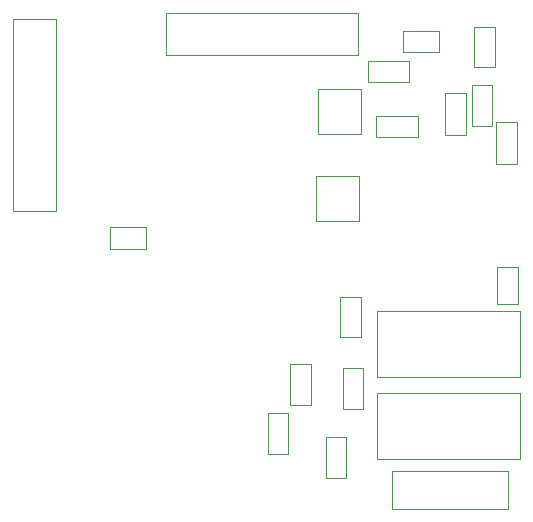
<source format=gbr>
G04 #@! TF.GenerationSoftware,KiCad,Pcbnew,5.1.7-a382d34a8~88~ubuntu18.04.1*
G04 #@! TF.CreationDate,2021-07-31T18:48:42+05:30*
G04 #@! TF.ProjectId,FrontEnd_HeavyDevice_v1,46726f6e-7445-46e6-945f-486561767944,rev?*
G04 #@! TF.SameCoordinates,Original*
G04 #@! TF.FileFunction,Other,User*
%FSLAX46Y46*%
G04 Gerber Fmt 4.6, Leading zero omitted, Abs format (unit mm)*
G04 Created by KiCad (PCBNEW 5.1.7-a382d34a8~88~ubuntu18.04.1) date 2021-07-31 18:48:42*
%MOMM*%
%LPD*%
G01*
G04 APERTURE LIST*
%ADD10C,0.050000*%
G04 APERTURE END LIST*
D10*
X109740000Y-79690000D02*
X109740000Y-76090000D01*
X126040000Y-79690000D02*
X109740000Y-79690000D01*
X126040000Y-76090000D02*
X126040000Y-79690000D01*
X109740000Y-76090000D02*
X126040000Y-76090000D01*
X96823100Y-76599600D02*
X100423100Y-76599600D01*
X96823100Y-92899600D02*
X96823100Y-76599600D01*
X100423100Y-92899600D02*
X96823100Y-92899600D01*
X100423100Y-76599600D02*
X100423100Y-92899600D01*
X126838000Y-81957000D02*
X130338000Y-81957000D01*
X126838000Y-81957000D02*
X126838000Y-80207000D01*
X130338000Y-80207000D02*
X130338000Y-81957000D01*
X130338000Y-80207000D02*
X126838000Y-80207000D01*
X131097000Y-84870400D02*
X127597000Y-84870400D01*
X131097000Y-84870400D02*
X131097000Y-86620400D01*
X127597000Y-86620400D02*
X127597000Y-84870400D01*
X127597000Y-86620400D02*
X131097000Y-86620400D01*
X139483000Y-88864400D02*
X139483000Y-85364400D01*
X139483000Y-88864400D02*
X137733000Y-88864400D01*
X137733000Y-85364400D02*
X139483000Y-85364400D01*
X137733000Y-85364400D02*
X137733000Y-88864400D01*
X125033000Y-115491000D02*
X125033000Y-111991000D01*
X125033000Y-115491000D02*
X123283000Y-115491000D01*
X123283000Y-111991000D02*
X125033000Y-111991000D01*
X123283000Y-111991000D02*
X123283000Y-115491000D01*
X118386000Y-109949000D02*
X118386000Y-113449000D01*
X118386000Y-109949000D02*
X120136000Y-109949000D01*
X120136000Y-113449000D02*
X118386000Y-113449000D01*
X120136000Y-113449000D02*
X120136000Y-109949000D01*
X124731000Y-106154000D02*
X124731000Y-109654000D01*
X124731000Y-106154000D02*
X126481000Y-106154000D01*
X126481000Y-109654000D02*
X124731000Y-109654000D01*
X126481000Y-109654000D02*
X126481000Y-106154000D01*
X122046000Y-109314000D02*
X122046000Y-105814000D01*
X122046000Y-109314000D02*
X120296000Y-109314000D01*
X120296000Y-105814000D02*
X122046000Y-105814000D01*
X120296000Y-105814000D02*
X120296000Y-109314000D01*
X133410000Y-82931100D02*
X133410000Y-86431100D01*
X133410000Y-82931100D02*
X135160000Y-82931100D01*
X135160000Y-86431100D02*
X133410000Y-86431100D01*
X135160000Y-86431100D02*
X135160000Y-82931100D01*
X137408000Y-85693700D02*
X137408000Y-82193700D01*
X137408000Y-85693700D02*
X135658000Y-85693700D01*
X135658000Y-82193700D02*
X137408000Y-82193700D01*
X135658000Y-82193700D02*
X135658000Y-85693700D01*
X124550000Y-103551000D02*
X126310000Y-103551000D01*
X124550000Y-100151000D02*
X124550000Y-103551000D01*
X126310000Y-100151000D02*
X124550000Y-100151000D01*
X126310000Y-103551000D02*
X126310000Y-100151000D01*
X137618000Y-80686400D02*
X137618000Y-77286400D01*
X137618000Y-77286400D02*
X135858000Y-77286400D01*
X135858000Y-77286400D02*
X135858000Y-80686400D01*
X135858000Y-80686400D02*
X137618000Y-80686400D01*
X108106000Y-94268700D02*
X105006000Y-94268700D01*
X108106000Y-94268700D02*
X108106000Y-96068700D01*
X105006000Y-96068700D02*
X105006000Y-94268700D01*
X105006000Y-96068700D02*
X108106000Y-96068700D01*
X139571000Y-100731900D02*
X139571000Y-97631900D01*
X139571000Y-100731900D02*
X137771000Y-100731900D01*
X137771000Y-97631900D02*
X139571000Y-97631900D01*
X137771000Y-97631900D02*
X137771000Y-100731900D01*
X129824000Y-79416500D02*
X132924000Y-79416500D01*
X129824000Y-79416500D02*
X129824000Y-77616500D01*
X132924000Y-77616500D02*
X132924000Y-79416500D01*
X132924000Y-77616500D02*
X129824000Y-77616500D01*
X138735000Y-118135000D02*
X128935000Y-118135000D01*
X138735000Y-114935000D02*
X138735000Y-118135000D01*
X128935000Y-114935000D02*
X138735000Y-114935000D01*
X128935000Y-118135000D02*
X128935000Y-114935000D01*
X126250000Y-82534700D02*
X122650000Y-82534700D01*
X126250000Y-86334700D02*
X126250000Y-82534700D01*
X122650000Y-86334700D02*
X126250000Y-86334700D01*
X122650000Y-82534700D02*
X122650000Y-86334700D01*
X126085000Y-89918500D02*
X126085000Y-93718500D01*
X122485000Y-89918500D02*
X126085000Y-89918500D01*
X122485000Y-93718500D02*
X122485000Y-89918500D01*
X126085000Y-93718500D02*
X122485000Y-93718500D01*
X139777000Y-108297000D02*
X139777000Y-113897000D01*
X139777000Y-113897000D02*
X127677000Y-113897000D01*
X127677000Y-113897000D02*
X127677000Y-108297000D01*
X127677000Y-108297000D02*
X139777000Y-108297000D01*
X127662000Y-101340000D02*
X139762000Y-101340000D01*
X127662000Y-106940000D02*
X127662000Y-101340000D01*
X139762000Y-106940000D02*
X127662000Y-106940000D01*
X139762000Y-101340000D02*
X139762000Y-106940000D01*
M02*

</source>
